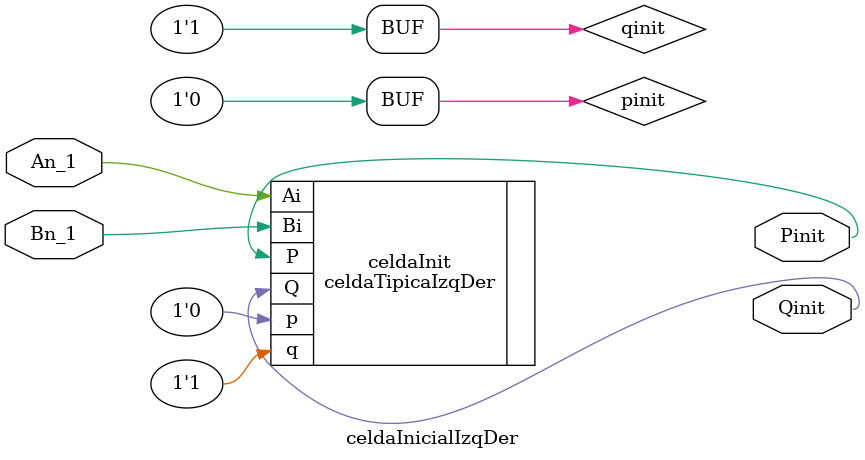
<source format=v>
/* Definición de módulo para la celda inicial de la 
   red iterativa analizando las palabras de izquierda 
   a derecha */

module celdaInicialIzqDer (
    input An_1, Bn_1,
    output Pinit, Qinit 
);  

    reg pinit = 1'b0; // variable de estado p = 0 del estado inicial
    reg qinit = 1'b1; // variable de estado q = 1 del estado inicial

    /* Evaluar celda típica en el estado inicial a: 01. Se realiza 
       una instanciación nombrada */
    celdaTipicaIzqDer celdaInit (.p(pinit), .q(qinit), .Ai(An_1), .Bi(Bn_1), .P(Pinit), .Q(Qinit));
endmodule
</source>
